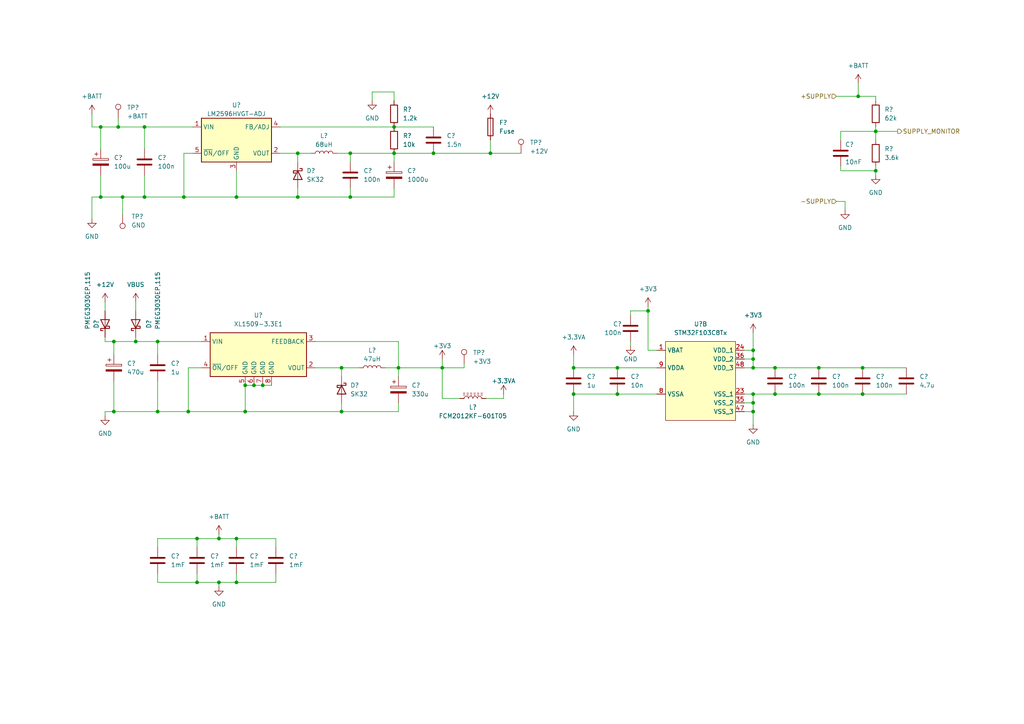
<source format=kicad_sch>
(kicad_sch (version 20210621) (generator eeschema)
  (paper "A4")
  (lib_symbols
    (symbol "Connector:TestPoint" (pin_numbers hide) (pin_names (offset 0.762) hide)
      (property "Reference" "TP" (at 0 6.858 0))
      (property "Value" "TestPoint" (at 0 5.08 0))
      (symbol "TestPoint_0_1"
        (circle (center 0 3.302) (radius 0.762))
      )
      (symbol "TestPoint_1_1"
        (pin passive line (at 0 0 90) (length 2.54) (name "1") (number "1"))
      )
    )
    (symbol "Device:C" (pin_numbers hide) (pin_names (offset 0.254))
      (property "Reference" "C" (at 0.635 2.54 0))
      (property "Value" "C" (at 0.635 -2.54 0))
      (symbol "C_0_1"
        (polyline (pts (xy -2.032 -0.762) (xy 2.032 -0.762)) (stroke (width 0.508)))
        (polyline (pts (xy -2.032 0.762) (xy 2.032 0.762)) (stroke (width 0.508)))
      )
      (symbol "C_1_1"
        (pin passive line (at 0 3.81 270) (length 2.794) (name "~") (number "1"))
        (pin passive line (at 0 -3.81 90) (length 2.794) (name "~") (number "2"))
      )
    )
    (symbol "Device:C_Polarized" (pin_numbers hide) (pin_names (offset 0.254))
      (property "Reference" "C" (at 0.635 2.54 0))
      (property "Value" "C_Polarized" (at 0.635 -2.54 0))
      (symbol "C_Polarized_0_1"
        (rectangle (start -2.286 0.508) (end 2.286 1.016))
        (rectangle (start 2.286 -0.508) (end -2.286 -1.016) (fill (type outline)))
        (polyline (pts (xy -1.778 2.286) (xy -0.762 2.286)))
        (polyline (pts (xy -1.27 2.794) (xy -1.27 1.778)))
      )
      (symbol "C_Polarized_1_1"
        (pin passive line (at 0 3.81 270) (length 2.794) (name "~") (number "1"))
        (pin passive line (at 0 -3.81 90) (length 2.794) (name "~") (number "2"))
      )
    )
    (symbol "Device:D_Schottky" (pin_numbers hide) (pin_names (offset 1.016) hide)
      (property "Reference" "D" (at 0 2.54 0))
      (property "Value" "D_Schottky" (at 0 -2.54 0))
      (symbol "D_Schottky_0_1"
        (polyline (pts (xy 1.27 0) (xy -1.27 0)))
        (polyline (pts (xy 1.27 1.27) (xy 1.27 -1.27) (xy -1.27 0) (xy 1.27 1.27)) (stroke (width 0.254)))
        (polyline (pts (xy -1.905 0.635) (xy -1.905 1.27) (xy -1.27 1.27) (xy -1.27 -1.27) (xy -0.635 -1.27) (xy -0.635 -0.635)) (stroke (width 0.254)))
      )
      (symbol "D_Schottky_1_1"
        (pin passive line (at -3.81 0 0) (length 2.54) (name "K") (number "1"))
        (pin passive line (at 3.81 0 180) (length 2.54) (name "A") (number "2"))
      )
    )
    (symbol "Device:Fuse" (pin_numbers hide) (pin_names (offset 0))
      (property "Reference" "F" (at 2.032 0 90))
      (property "Value" "Fuse" (at -1.905 0 90))
      (symbol "Fuse_0_1"
        (rectangle (start -0.762 -2.54) (end 0.762 2.54) (stroke (width 0.254)))
        (polyline (pts (xy 0 2.54) (xy 0 -2.54)))
      )
      (symbol "Fuse_1_1"
        (pin passive line (at 0 3.81 270) (length 1.27) (name "~") (number "1"))
        (pin passive line (at 0 -3.81 90) (length 1.27) (name "~") (number "2"))
      )
    )
    (symbol "Device:L" (pin_numbers hide) (pin_names (offset 1.016) hide)
      (property "Reference" "L" (at -1.27 0 90))
      (property "Value" "L" (at 1.905 0 90))
      (symbol "L_0_1"
        (arc (start 0 -2.54) (end 0 -1.27) (radius (at 0 -1.905) (length 0.635) (angles -89.9 89.9)))
        (arc (start 0 -1.27) (end 0 0) (radius (at 0 -0.635) (length 0.635) (angles -89.9 89.9)))
        (arc (start 0 0) (end 0 1.27) (radius (at 0 0.635) (length 0.635) (angles -89.9 89.9)))
        (arc (start 0 1.27) (end 0 2.54) (radius (at 0 1.905) (length 0.635) (angles -89.9 89.9)))
      )
      (symbol "L_1_1"
        (pin passive line (at 0 3.81 270) (length 1.27) (name "1") (number "1"))
        (pin passive line (at 0 -3.81 90) (length 1.27) (name "2") (number "2"))
      )
    )
    (symbol "Device:L_Ferrite" (pin_numbers hide) (pin_names (offset 1.016) hide)
      (property "Reference" "L" (at -1.27 0 90))
      (property "Value" "L_Ferrite" (at 2.794 0 90))
      (symbol "L_Ferrite_0_1"
        (arc (start 0 -2.54) (end 0 -1.27) (radius (at 0 -1.905) (length 0.635) (angles -89.9 89.9)))
        (arc (start 0 -1.27) (end 0 0) (radius (at 0 -0.635) (length 0.635) (angles -89.9 89.9)))
        (arc (start 0 0) (end 0 1.27) (radius (at 0 0.635) (length 0.635) (angles -89.9 89.9)))
        (arc (start 0 1.27) (end 0 2.54) (radius (at 0 1.905) (length 0.635) (angles -89.9 89.9)))
        (polyline (pts (xy 1.016 -2.794) (xy 1.016 -2.286)))
        (polyline (pts (xy 1.016 -1.778) (xy 1.016 -1.27)))
        (polyline (pts (xy 1.016 -0.762) (xy 1.016 -0.254)))
        (polyline (pts (xy 1.016 0.254) (xy 1.016 0.762)))
        (polyline (pts (xy 1.016 1.27) (xy 1.016 1.778)))
        (polyline (pts (xy 1.016 2.286) (xy 1.016 2.794)))
        (polyline (pts (xy 1.524 -2.286) (xy 1.524 -2.794)))
        (polyline (pts (xy 1.524 -1.27) (xy 1.524 -1.778)))
        (polyline (pts (xy 1.524 -0.254) (xy 1.524 -0.762)))
        (polyline (pts (xy 1.524 0.762) (xy 1.524 0.254)))
        (polyline (pts (xy 1.524 1.778) (xy 1.524 1.27)))
        (polyline (pts (xy 1.524 2.794) (xy 1.524 2.286)))
      )
      (symbol "L_Ferrite_1_1"
        (pin passive line (at 0 3.81 270) (length 1.27) (name "1") (number "1"))
        (pin passive line (at 0 -3.81 90) (length 1.27) (name "2") (number "2"))
      )
    )
    (symbol "Device:R" (pin_numbers hide) (pin_names (offset 0))
      (property "Reference" "R" (at 2.032 0 90))
      (property "Value" "R" (at 0 0 90))
      (symbol "R_0_1"
        (rectangle (start -1.016 -2.54) (end 1.016 2.54) (stroke (width 0.254)))
      )
      (symbol "R_1_1"
        (pin passive line (at 0 3.81 270) (length 1.27) (name "~") (number "1"))
        (pin passive line (at 0 -3.81 90) (length 1.27) (name "~") (number "2"))
      )
    )
    (symbol "GozLib:LM2596HVGT-ADJ"
      (property "Reference" "U" (at -10.16 7.62 0))
      (property "Value" "LM2596HVGT-ADJ" (at -6.35 7.62 0))
      (symbol "LM2596HVGT-ADJ_0_1"
        (rectangle (start -10.16 6.35) (end 10.16 -6.35) (stroke (width 0.254)) (fill (type background)))
      )
      (symbol "LM2596HVGT-ADJ_1_1"
        (pin power_in line (at -12.7 3.81 0) (length 2.54) (name "VIN") (number "1"))
        (pin power_out line (at 12.7 -3.81 180) (length 2.54) (name "VOUT") (number "2"))
        (pin power_in line (at 0 -8.89 90) (length 2.54) (name "GND") (number "3"))
        (pin input line (at 12.7 3.81 180) (length 2.54) (name "FB/ADJ") (number "4"))
        (pin input line (at -12.7 -3.81 0) (length 2.54) (name "~{ON}/OFF") (number "5"))
      )
    )
    (symbol "GozLib:PMEG3030EP,115" (pin_numbers hide) (pin_names (offset 1.016) hide)
      (property "Reference" "D" (at 0 2.54 0))
      (property "Value" "PMEG3030EP,115" (at 0 -2.54 0))
      (symbol "PMEG3030EP,115_0_1"
        (polyline (pts (xy 1.27 0) (xy -1.27 0)))
        (polyline (pts (xy 1.27 1.27) (xy 1.27 -1.27) (xy -1.27 0) (xy 1.27 1.27)) (stroke (width 0.254)))
        (polyline (pts (xy -1.905 0.635) (xy -1.905 1.27) (xy -1.27 1.27) (xy -1.27 -1.27) (xy -0.635 -1.27) (xy -0.635 -0.635)) (stroke (width 0.254)))
      )
      (symbol "PMEG3030EP,115_1_1"
        (pin passive line (at -3.81 0 0) (length 2.54) (name "K") (number "1"))
        (pin passive line (at 3.81 0 180) (length 2.54) (name "A") (number "2"))
      )
    )
    (symbol "GozLib:STM32F103C8Tx"
      (property "Reference" "U" (at -8.89 11.43 0))
      (property "Value" "STM32F103C8Tx" (at 2.54 11.43 0))
      (symbol "STM32F103C8Tx_1_1"
        (rectangle (start -20.32 10.16) (end 20.32 -50.8) (stroke (width 0.1524)) (fill (type background)))
        (pin bidirectional line (at 22.86 1.27 180) (length 2.54) (name "PA0-WKUP") (number "10"))
        (pin bidirectional line (at 22.86 -1.27 180) (length 2.54) (name "PA1") (number "11"))
        (pin bidirectional line (at 22.86 -3.81 180) (length 2.54) (name "PA2") (number "12"))
        (pin bidirectional line (at 22.86 -6.35 180) (length 2.54) (name "PA3") (number "13"))
        (pin bidirectional line (at 22.86 -8.89 180) (length 2.54) (name "PA4") (number "14"))
        (pin bidirectional line (at 22.86 -11.43 180) (length 2.54) (name "PA5") (number "15"))
        (pin bidirectional line (at 22.86 -13.97 180) (length 2.54) (name "PA6") (number "16"))
        (pin bidirectional line (at 22.86 -16.51 180) (length 2.54) (name "PA7") (number "17"))
        (pin bidirectional line (at -22.86 1.27 0) (length 2.54) (name "PB0") (number "18"))
        (pin bidirectional line (at -22.86 -1.27 0) (length 2.54) (name "PB1") (number "19"))
        (pin bidirectional line (at -22.86 -43.18 0) (length 2.54) (name "PC13-TAMPER-RTC") (number "2"))
        (pin bidirectional line (at -22.86 -3.81 0) (length 2.54) (name "PB2") (number "20"))
        (pin bidirectional line (at -22.86 -24.13 0) (length 2.54) (name "PB10") (number "21"))
        (pin bidirectional line (at -22.86 -26.67 0) (length 2.54) (name "PB11") (number "22"))
        (pin bidirectional line (at -22.86 -29.21 0) (length 2.54) (name "PB12") (number "25"))
        (pin bidirectional line (at -22.86 -31.75 0) (length 2.54) (name "PB13") (number "26"))
        (pin bidirectional line (at -22.86 -34.29 0) (length 2.54) (name "PB14") (number "27"))
        (pin bidirectional line (at -22.86 -36.83 0) (length 2.54) (name "PB15") (number "28"))
        (pin bidirectional line (at 22.86 -19.05 180) (length 2.54) (name "PA8") (number "29"))
        (pin bidirectional line (at -22.86 -45.72 0) (length 2.54) (name "PC14-OSC32_IN") (number "3"))
        (pin bidirectional line (at 22.86 -21.59 180) (length 2.54) (name "PA9") (number "30"))
        (pin bidirectional line (at 22.86 -24.13 180) (length 2.54) (name "PA10") (number "31"))
        (pin bidirectional line (at 22.86 -26.67 180) (length 2.54) (name "PA11") (number "32"))
        (pin bidirectional line (at 22.86 -29.21 180) (length 2.54) (name "PA12") (number "33"))
        (pin bidirectional line (at 22.86 -31.75 180) (length 2.54) (name "PA13") (number "34"))
        (pin bidirectional line (at 22.86 -34.29 180) (length 2.54) (name "PA14") (number "37"))
        (pin bidirectional line (at 22.86 -36.83 180) (length 2.54) (name "PA15") (number "38"))
        (pin bidirectional line (at -22.86 -6.35 0) (length 2.54) (name "PB3") (number "39"))
        (pin bidirectional line (at -22.86 -48.26 0) (length 2.54) (name "PC15-OSC32_OUT") (number "4"))
        (pin bidirectional line (at -22.86 -8.89 0) (length 2.54) (name "PB4") (number "40"))
        (pin bidirectional line (at -22.86 -11.43 0) (length 2.54) (name "PB5") (number "41"))
        (pin bidirectional line (at -22.86 -13.97 0) (length 2.54) (name "PB6") (number "42"))
        (pin bidirectional line (at -22.86 -16.51 0) (length 2.54) (name "PB7") (number "43"))
        (pin input line (at 22.86 7.62 180) (length 2.54) (name "BOOT0") (number "44"))
        (pin bidirectional line (at -22.86 -19.05 0) (length 2.54) (name "PB8") (number "45"))
        (pin bidirectional line (at -22.86 -21.59 0) (length 2.54) (name "PB9") (number "46"))
        (pin bidirectional line (at 22.86 -45.72 180) (length 2.54) (name "PD0-OSC_IN") (number "5"))
        (pin bidirectional line (at 22.86 -48.26 180) (length 2.54) (name "PD1-OSC_IN") (number "6"))
        (pin input line (at -22.86 7.62 0) (length 2.54) (name "NRST") (number "7"))
      )
      (symbol "STM32F103C8Tx_2_1"
        (rectangle (start -10.16 10.16) (end 10.16 -12.7) (stroke (width 0.1524)) (fill (type background)))
        (pin power_in line (at -12.7 7.62 0) (length 2.54) (name "VBAT") (number "1"))
        (pin power_in line (at 12.7 -5.08 180) (length 2.54) (name "VSS_1") (number "23"))
        (pin power_in line (at 12.7 7.62 180) (length 2.54) (name "VDD_1") (number "24"))
        (pin power_in line (at 12.7 -7.62 180) (length 2.54) (name "VSS_2") (number "35"))
        (pin power_in line (at 12.7 5.08 180) (length 2.54) (name "VDD_2") (number "36"))
        (pin power_in line (at 12.7 -10.16 180) (length 2.54) (name "VSS_3") (number "47"))
        (pin power_in line (at 12.7 2.54 180) (length 2.54) (name "VDD_3") (number "48"))
        (pin power_in line (at -12.7 -5.08 0) (length 2.54) (name "VSSA") (number "8"))
        (pin power_in line (at -12.7 2.54 0) (length 2.54) (name "VDDA") (number "9"))
      )
    )
    (symbol "GozLib:XL1509-3.3E1"
      (property "Reference" "U" (at -12.7 7.62 0))
      (property "Value" "XL1509-3.3E1" (at -1.27 7.62 0))
      (symbol "XL1509-3.3E1_0_1"
        (rectangle (start -13.97 6.35) (end 13.97 -6.35) (stroke (width 0.254)) (fill (type background)))
      )
      (symbol "XL1509-3.3E1_1_1"
        (pin power_in line (at -16.51 3.81 0) (length 2.54) (name "VIN") (number "1"))
        (pin power_out line (at 16.51 -3.81 180) (length 2.54) (name "VOUT") (number "2"))
        (pin input line (at 16.51 3.81 180) (length 2.54) (name "FEEDBACK") (number "3"))
        (pin input line (at -16.51 -3.81 0) (length 2.54) (name "~{ON}/OFF") (number "4"))
        (pin power_in line (at -3.81 -8.89 90) (length 2.54) (name "GND") (number "5"))
        (pin power_in line (at -1.27 -8.89 90) (length 2.54) (name "GND") (number "6"))
        (pin power_in line (at 1.27 -8.89 90) (length 2.54) (name "GND") (number "7"))
        (pin power_in line (at 3.81 -8.89 90) (length 2.54) (name "GND") (number "8"))
      )
    )
    (symbol "power:+12V" (power) (pin_names (offset 0))
      (property "Value" "+12V" (at 0 3.556 0))
      (symbol "+12V_0_1"
        (polyline (pts (xy -0.762 1.27) (xy 0 2.54)))
        (polyline (pts (xy 0 0) (xy 0 2.54)))
        (polyline (pts (xy 0 2.54) (xy 0.762 1.27)))
      )
      (symbol "+12V_1_1"
        (pin power_in line (at 0 0 90) (length 0) hide (name "+12V") (number "1"))
      )
    )
    (symbol "power:+3.3VA" (power) (pin_names (offset 0))
      (property "Value" "+3.3VA" (at 0 3.556 0))
      (symbol "+3.3VA_0_1"
        (polyline (pts (xy -0.762 1.27) (xy 0 2.54)))
        (polyline (pts (xy 0 0) (xy 0 2.54)))
        (polyline (pts (xy 0 2.54) (xy 0.762 1.27)))
      )
      (symbol "+3.3VA_1_1"
        (pin power_in line (at 0 0 90) (length 0) hide (name "+3.3VA") (number "1"))
      )
    )
    (symbol "power:+3V3" (power) (pin_names (offset 0))
      (property "Value" "+3V3" (at 0 3.556 0))
      (symbol "+3V3_0_1"
        (polyline (pts (xy -0.762 1.27) (xy 0 2.54)))
        (polyline (pts (xy 0 0) (xy 0 2.54)))
        (polyline (pts (xy 0 2.54) (xy 0.762 1.27)))
      )
      (symbol "+3V3_1_1"
        (pin power_in line (at 0 0 90) (length 0) hide (name "+3V3") (number "1"))
      )
    )
    (symbol "power:+BATT" (power) (pin_names (offset 0))
      (property "Value" "+BATT" (at 0 3.556 0))
      (symbol "+BATT_0_1"
        (polyline (pts (xy -0.762 1.27) (xy 0 2.54)))
        (polyline (pts (xy 0 0) (xy 0 2.54)))
        (polyline (pts (xy 0 2.54) (xy 0.762 1.27)))
      )
      (symbol "+BATT_1_1"
        (pin power_in line (at 0 0 90) (length 0) hide (name "+BATT") (number "1"))
      )
    )
    (symbol "power:GND" (power) (pin_names (offset 0))
      (property "Value" "GND" (at 0 -3.81 0))
      (symbol "GND_0_1"
        (polyline (pts (xy 0 0) (xy 0 -1.27) (xy 1.27 -1.27) (xy 0 -2.54) (xy -1.27 -1.27) (xy 0 -1.27)))
      )
      (symbol "GND_1_1"
        (pin power_in line (at 0 0 270) (length 0) hide (name "GND") (number "1"))
      )
    )
    (symbol "power:VBUS" (power) (pin_names (offset 0))
      (property "Value" "VBUS" (at 0 3.81 0))
      (symbol "VBUS_0_1"
        (polyline (pts (xy -0.762 1.27) (xy 0 2.54)))
        (polyline (pts (xy 0 0) (xy 0 2.54)))
        (polyline (pts (xy 0 2.54) (xy 0.762 1.27)))
      )
      (symbol "VBUS_1_1"
        (pin power_in line (at 0 0 90) (length 0) hide (name "VBUS") (number "1"))
      )
    )
  )
  (junction (at 29.21 36.83) (diameter 0.9144))
  (junction (at 29.21 57.15) (diameter 0.9144))
  (junction (at 33.02 99.06) (diameter 0.9144))
  (junction (at 33.02 119.38) (diameter 0.9144))
  (junction (at 34.29 36.83) (diameter 0.9144))
  (junction (at 35.56 57.15) (diameter 0.9144))
  (junction (at 39.37 99.06) (diameter 0.9144))
  (junction (at 41.91 36.83) (diameter 0.9144))
  (junction (at 41.91 57.15) (diameter 0.9144))
  (junction (at 45.72 99.06) (diameter 0.9144))
  (junction (at 45.72 119.38) (diameter 0.9144))
  (junction (at 53.34 57.15) (diameter 0.9144))
  (junction (at 54.61 119.38) (diameter 0.9144))
  (junction (at 57.15 156.21) (diameter 0.9144))
  (junction (at 57.15 168.91) (diameter 0.9144))
  (junction (at 63.5 156.21) (diameter 0.9144))
  (junction (at 63.5 168.91) (diameter 0.9144))
  (junction (at 68.58 57.15) (diameter 0.9144))
  (junction (at 68.58 156.21) (diameter 0.9144))
  (junction (at 68.58 168.91) (diameter 0.9144))
  (junction (at 71.12 111.76) (diameter 0.9144))
  (junction (at 71.12 119.38) (diameter 0.9144))
  (junction (at 73.66 111.76) (diameter 0.9144))
  (junction (at 76.2 111.76) (diameter 0.9144))
  (junction (at 86.36 44.45) (diameter 0.9144))
  (junction (at 86.36 57.15) (diameter 0.9144))
  (junction (at 99.06 106.68) (diameter 0.9144))
  (junction (at 99.06 119.38) (diameter 0.9144))
  (junction (at 101.6 44.45) (diameter 0.9144))
  (junction (at 101.6 57.15) (diameter 0.9144))
  (junction (at 114.3 36.83) (diameter 0.9144))
  (junction (at 114.3 44.45) (diameter 0.9144))
  (junction (at 115.57 106.68) (diameter 0.9144))
  (junction (at 125.73 44.45) (diameter 0.9144))
  (junction (at 128.27 106.68) (diameter 0.9144))
  (junction (at 142.24 44.45) (diameter 0.9144))
  (junction (at 166.37 106.68) (diameter 0.9144))
  (junction (at 166.37 114.3) (diameter 0.9144))
  (junction (at 179.07 106.68) (diameter 0.9144))
  (junction (at 179.07 114.3) (diameter 0.9144))
  (junction (at 187.96 90.17) (diameter 0.9144))
  (junction (at 218.44 101.6) (diameter 0.9144))
  (junction (at 218.44 104.14) (diameter 0.9144))
  (junction (at 218.44 106.68) (diameter 0.9144))
  (junction (at 218.44 114.3) (diameter 0.9144))
  (junction (at 218.44 116.84) (diameter 0.9144))
  (junction (at 218.44 119.38) (diameter 0.9144))
  (junction (at 224.79 106.68) (diameter 0.9144))
  (junction (at 224.79 114.3) (diameter 0.9144))
  (junction (at 237.49 106.68) (diameter 0.9144))
  (junction (at 237.49 114.3) (diameter 0.9144))
  (junction (at 248.92 27.94) (diameter 0.9144))
  (junction (at 250.19 106.68) (diameter 0.9144))
  (junction (at 250.19 114.3) (diameter 0.9144))
  (junction (at 254 38.1) (diameter 0.9144))
  (junction (at 254 49.53) (diameter 0.9144))
  (wire (pts (xy 26.67 36.83) (xy 26.67 33.02)))
  (wire (pts (xy 26.67 57.15) (xy 26.67 63.5)))
  (wire (pts (xy 26.67 57.15) (xy 29.21 57.15)))
  (wire (pts (xy 29.21 36.83) (xy 26.67 36.83)))
  (wire (pts (xy 29.21 36.83) (xy 29.21 43.18)))
  (wire (pts (xy 29.21 50.8) (xy 29.21 57.15)))
  (wire (pts (xy 29.21 57.15) (xy 35.56 57.15)))
  (wire (pts (xy 30.48 87.63) (xy 30.48 90.17)))
  (wire (pts (xy 30.48 97.79) (xy 30.48 99.06)))
  (wire (pts (xy 30.48 99.06) (xy 33.02 99.06)))
  (wire (pts (xy 30.48 119.38) (xy 30.48 120.65)))
  (wire (pts (xy 33.02 99.06) (xy 33.02 102.87)))
  (wire (pts (xy 33.02 99.06) (xy 39.37 99.06)))
  (wire (pts (xy 33.02 110.49) (xy 33.02 119.38)))
  (wire (pts (xy 33.02 119.38) (xy 30.48 119.38)))
  (wire (pts (xy 34.29 34.29) (xy 34.29 36.83)))
  (wire (pts (xy 34.29 36.83) (xy 29.21 36.83)))
  (wire (pts (xy 35.56 57.15) (xy 35.56 62.23)))
  (wire (pts (xy 35.56 57.15) (xy 41.91 57.15)))
  (wire (pts (xy 39.37 87.63) (xy 39.37 90.17)))
  (wire (pts (xy 39.37 97.79) (xy 39.37 99.06)))
  (wire (pts (xy 39.37 99.06) (xy 45.72 99.06)))
  (wire (pts (xy 41.91 36.83) (xy 34.29 36.83)))
  (wire (pts (xy 41.91 36.83) (xy 41.91 43.18)))
  (wire (pts (xy 41.91 50.8) (xy 41.91 57.15)))
  (wire (pts (xy 41.91 57.15) (xy 53.34 57.15)))
  (wire (pts (xy 45.72 99.06) (xy 45.72 102.87)))
  (wire (pts (xy 45.72 99.06) (xy 58.42 99.06)))
  (wire (pts (xy 45.72 110.49) (xy 45.72 119.38)))
  (wire (pts (xy 45.72 119.38) (xy 33.02 119.38)))
  (wire (pts (xy 45.72 156.21) (xy 57.15 156.21)))
  (wire (pts (xy 45.72 158.75) (xy 45.72 156.21)))
  (wire (pts (xy 45.72 166.37) (xy 45.72 168.91)))
  (wire (pts (xy 45.72 168.91) (xy 57.15 168.91)))
  (wire (pts (xy 53.34 44.45) (xy 53.34 57.15)))
  (wire (pts (xy 53.34 57.15) (xy 68.58 57.15)))
  (wire (pts (xy 54.61 106.68) (xy 54.61 119.38)))
  (wire (pts (xy 54.61 119.38) (xy 45.72 119.38)))
  (wire (pts (xy 55.88 36.83) (xy 41.91 36.83)))
  (wire (pts (xy 55.88 44.45) (xy 53.34 44.45)))
  (wire (pts (xy 57.15 156.21) (xy 57.15 158.75)))
  (wire (pts (xy 57.15 156.21) (xy 63.5 156.21)))
  (wire (pts (xy 57.15 166.37) (xy 57.15 168.91)))
  (wire (pts (xy 57.15 168.91) (xy 63.5 168.91)))
  (wire (pts (xy 58.42 106.68) (xy 54.61 106.68)))
  (wire (pts (xy 63.5 156.21) (xy 63.5 154.94)))
  (wire (pts (xy 63.5 156.21) (xy 68.58 156.21)))
  (wire (pts (xy 63.5 168.91) (xy 63.5 170.18)))
  (wire (pts (xy 63.5 168.91) (xy 68.58 168.91)))
  (wire (pts (xy 68.58 49.53) (xy 68.58 57.15)))
  (wire (pts (xy 68.58 57.15) (xy 86.36 57.15)))
  (wire (pts (xy 68.58 156.21) (xy 68.58 158.75)))
  (wire (pts (xy 68.58 156.21) (xy 80.01 156.21)))
  (wire (pts (xy 68.58 166.37) (xy 68.58 168.91)))
  (wire (pts (xy 68.58 168.91) (xy 80.01 168.91)))
  (wire (pts (xy 71.12 111.76) (xy 71.12 119.38)))
  (wire (pts (xy 71.12 119.38) (xy 54.61 119.38)))
  (wire (pts (xy 73.66 111.76) (xy 71.12 111.76)))
  (wire (pts (xy 76.2 111.76) (xy 73.66 111.76)))
  (wire (pts (xy 78.74 111.76) (xy 76.2 111.76)))
  (wire (pts (xy 80.01 156.21) (xy 80.01 158.75)))
  (wire (pts (xy 80.01 168.91) (xy 80.01 166.37)))
  (wire (pts (xy 81.28 36.83) (xy 114.3 36.83)))
  (wire (pts (xy 81.28 44.45) (xy 86.36 44.45)))
  (wire (pts (xy 86.36 44.45) (xy 86.36 46.99)))
  (wire (pts (xy 86.36 44.45) (xy 90.17 44.45)))
  (wire (pts (xy 86.36 54.61) (xy 86.36 57.15)))
  (wire (pts (xy 86.36 57.15) (xy 101.6 57.15)))
  (wire (pts (xy 91.44 99.06) (xy 115.57 99.06)))
  (wire (pts (xy 91.44 106.68) (xy 99.06 106.68)))
  (wire (pts (xy 97.79 44.45) (xy 101.6 44.45)))
  (wire (pts (xy 99.06 106.68) (xy 104.14 106.68)))
  (wire (pts (xy 99.06 109.22) (xy 99.06 106.68)))
  (wire (pts (xy 99.06 116.84) (xy 99.06 119.38)))
  (wire (pts (xy 99.06 119.38) (xy 71.12 119.38)))
  (wire (pts (xy 99.06 119.38) (xy 115.57 119.38)))
  (wire (pts (xy 101.6 44.45) (xy 101.6 46.99)))
  (wire (pts (xy 101.6 44.45) (xy 114.3 44.45)))
  (wire (pts (xy 101.6 57.15) (xy 101.6 54.61)))
  (wire (pts (xy 101.6 57.15) (xy 114.3 57.15)))
  (wire (pts (xy 107.95 26.67) (xy 114.3 26.67)))
  (wire (pts (xy 107.95 29.21) (xy 107.95 26.67)))
  (wire (pts (xy 114.3 26.67) (xy 114.3 29.21)))
  (wire (pts (xy 114.3 36.83) (xy 125.73 36.83)))
  (wire (pts (xy 114.3 44.45) (xy 114.3 46.99)))
  (wire (pts (xy 114.3 44.45) (xy 125.73 44.45)))
  (wire (pts (xy 114.3 57.15) (xy 114.3 54.61)))
  (wire (pts (xy 115.57 99.06) (xy 115.57 106.68)))
  (wire (pts (xy 115.57 106.68) (xy 111.76 106.68)))
  (wire (pts (xy 115.57 106.68) (xy 115.57 109.22)))
  (wire (pts (xy 115.57 106.68) (xy 128.27 106.68)))
  (wire (pts (xy 115.57 119.38) (xy 115.57 116.84)))
  (wire (pts (xy 125.73 44.45) (xy 142.24 44.45)))
  (wire (pts (xy 128.27 106.68) (xy 128.27 104.14)))
  (wire (pts (xy 128.27 106.68) (xy 128.27 115.57)))
  (wire (pts (xy 128.27 106.68) (xy 134.62 106.68)))
  (wire (pts (xy 128.27 115.57) (xy 133.35 115.57)))
  (wire (pts (xy 134.62 105.41) (xy 134.62 106.68)))
  (wire (pts (xy 140.97 115.57) (xy 146.05 115.57)))
  (wire (pts (xy 142.24 40.64) (xy 142.24 44.45)))
  (wire (pts (xy 142.24 44.45) (xy 151.13 44.45)))
  (wire (pts (xy 146.05 115.57) (xy 146.05 114.3)))
  (wire (pts (xy 166.37 102.87) (xy 166.37 106.68)))
  (wire (pts (xy 166.37 106.68) (xy 179.07 106.68)))
  (wire (pts (xy 166.37 114.3) (xy 179.07 114.3)))
  (wire (pts (xy 166.37 119.38) (xy 166.37 114.3)))
  (wire (pts (xy 179.07 106.68) (xy 190.5 106.68)))
  (wire (pts (xy 179.07 114.3) (xy 190.5 114.3)))
  (wire (pts (xy 182.88 90.17) (xy 187.96 90.17)))
  (wire (pts (xy 182.88 91.44) (xy 182.88 90.17)))
  (wire (pts (xy 182.88 99.06) (xy 182.88 100.33)))
  (wire (pts (xy 187.96 88.9) (xy 187.96 90.17)))
  (wire (pts (xy 187.96 90.17) (xy 187.96 101.6)))
  (wire (pts (xy 190.5 101.6) (xy 187.96 101.6)))
  (wire (pts (xy 215.9 101.6) (xy 218.44 101.6)))
  (wire (pts (xy 215.9 104.14) (xy 218.44 104.14)))
  (wire (pts (xy 215.9 106.68) (xy 218.44 106.68)))
  (wire (pts (xy 215.9 114.3) (xy 218.44 114.3)))
  (wire (pts (xy 215.9 116.84) (xy 218.44 116.84)))
  (wire (pts (xy 215.9 119.38) (xy 218.44 119.38)))
  (wire (pts (xy 218.44 101.6) (xy 218.44 96.52)))
  (wire (pts (xy 218.44 104.14) (xy 218.44 101.6)))
  (wire (pts (xy 218.44 106.68) (xy 218.44 104.14)))
  (wire (pts (xy 218.44 106.68) (xy 224.79 106.68)))
  (wire (pts (xy 218.44 114.3) (xy 224.79 114.3)))
  (wire (pts (xy 218.44 116.84) (xy 218.44 114.3)))
  (wire (pts (xy 218.44 119.38) (xy 218.44 116.84)))
  (wire (pts (xy 218.44 119.38) (xy 218.44 123.19)))
  (wire (pts (xy 224.79 106.68) (xy 237.49 106.68)))
  (wire (pts (xy 224.79 114.3) (xy 237.49 114.3)))
  (wire (pts (xy 237.49 106.68) (xy 250.19 106.68)))
  (wire (pts (xy 237.49 114.3) (xy 250.19 114.3)))
  (wire (pts (xy 242.57 27.94) (xy 248.92 27.94)))
  (wire (pts (xy 242.57 58.42) (xy 245.11 58.42)))
  (wire (pts (xy 243.84 38.1) (xy 254 38.1)))
  (wire (pts (xy 243.84 40.64) (xy 243.84 38.1)))
  (wire (pts (xy 243.84 48.26) (xy 243.84 49.53)))
  (wire (pts (xy 243.84 49.53) (xy 254 49.53)))
  (wire (pts (xy 245.11 58.42) (xy 245.11 60.96)))
  (wire (pts (xy 248.92 27.94) (xy 248.92 24.13)))
  (wire (pts (xy 248.92 27.94) (xy 254 27.94)))
  (wire (pts (xy 250.19 106.68) (xy 262.89 106.68)))
  (wire (pts (xy 250.19 114.3) (xy 262.89 114.3)))
  (wire (pts (xy 254 27.94) (xy 254 29.21)))
  (wire (pts (xy 254 36.83) (xy 254 38.1)))
  (wire (pts (xy 254 38.1) (xy 254 40.64)))
  (wire (pts (xy 254 38.1) (xy 260.35 38.1)))
  (wire (pts (xy 254 48.26) (xy 254 49.53)))
  (wire (pts (xy 254 49.53) (xy 254 50.8)))
  (hierarchical_label "+SUPPLY" (shape input) (at 242.57 27.94 180))
  (hierarchical_label "-SUPPLY" (shape input) (at 242.57 58.42 180))
  (hierarchical_label "SUPPLY_MONITOR" (shape output) (at 260.35 38.1 0))
  (symbol (lib_id "power:+BATT") (at 26.67 33.02 0) (unit 1)
    (property "Reference" "#PWR0106" (effects hide))
    (property "Value" "+BATT" (at 26.67 27.94 0))
  )
  (symbol (lib_id "power:+12V") (at 30.48 87.63 0) (unit 1)
    (property "Reference" "#PWR0111" (effects hide))
    (property "Value" "+12V" (at 30.48 82.55 0))
  )
  (symbol (lib_id "power:VBUS") (at 39.37 87.63 0) (unit 1)
    (property "Reference" "#PWR?" (effects hide))
    (property "Value" "VBUS" (at 39.37 82.55 0))
  )
  (symbol (lib_id "power:+BATT") (at 63.5 154.94 0) (unit 1)
    (property "Reference" "#PWR?" (effects hide))
    (property "Value" "+BATT" (at 63.5 149.86 0))
  )
  (symbol (lib_id "power:+3V3") (at 128.27 104.14 0) (unit 1)
    (property "Reference" "#PWR0101" (effects hide))
    (property "Value" "+3V3" (at 128.27 100.33 0))
  )
  (symbol (lib_id "power:+12V") (at 142.24 33.02 0) (unit 1)
    (property "Reference" "#PWR0104" (effects hide))
    (property "Value" "+12V" (at 142.24 27.94 0))
  )
  (symbol (lib_id "power:+3.3VA") (at 146.05 114.3 0) (unit 1)
    (property "Reference" "#PWR?" (effects hide))
    (property "Value" "+3.3VA" (at 146.05 110.49 0))
  )
  (symbol (lib_id "power:+3.3VA") (at 166.37 102.87 0) (unit 1)
    (property "Reference" "#PWR?" (effects hide))
    (property "Value" "+3.3VA" (at 166.37 97.79 0))
  )
  (symbol (lib_id "power:+3V3") (at 187.96 88.9 0) (unit 1)
    (property "Reference" "#PWR0103" (effects hide))
    (property "Value" "+3V3" (at 187.96 83.82 0))
  )
  (symbol (lib_id "power:+3V3") (at 218.44 96.52 0) (unit 1)
    (property "Reference" "#PWR0113" (effects hide))
    (property "Value" "+3V3" (at 218.44 91.44 0))
  )
  (symbol (lib_id "power:+BATT") (at 248.92 24.13 0) (unit 1)
    (property "Reference" "#PWR?" (effects hide))
    (property "Value" "+BATT" (at 248.92 19.05 0))
  )
  (symbol (lib_id "Connector:TestPoint") (at 34.29 34.29 0) (unit 1)
    (property "Reference" "TP?" (at 36.83 31.1784 0) (effects (justify left)))
    (property "Value" "+BATT" (at 36.83 33.7184 0) (effects (justify left)))
  )
  (symbol (lib_id "Connector:TestPoint") (at 35.56 62.23 180) (unit 1)
    (property "Reference" "TP?" (at 38.1 62.8014 0) (effects (justify right)))
    (property "Value" "GND" (at 38.1 65.3414 0) (effects (justify right)))
  )
  (symbol (lib_id "Connector:TestPoint") (at 134.62 105.41 0) (unit 1)
    (property "Reference" "TP?" (at 137.16 102.2984 0) (effects (justify left)))
    (property "Value" "+3V3" (at 137.16 104.8384 0) (effects (justify left)))
  )
  (symbol (lib_id "Connector:TestPoint") (at 151.13 44.45 0) (unit 1)
    (property "Reference" "TP?" (at 153.67 41.3384 0) (effects (justify left)))
    (property "Value" "+12V" (at 153.67 43.8784 0) (effects (justify left)))
  )
  (symbol (lib_id "power:GND") (at 26.67 63.5 0) (unit 1)
    (property "Reference" "#PWR0112" (effects hide))
    (property "Value" "GND" (at 26.67 68.58 0))
  )
  (symbol (lib_id "power:GND") (at 30.48 120.65 0) (unit 1)
    (property "Reference" "#PWR0110" (effects hide))
    (property "Value" "GND" (at 30.48 125.73 0))
  )
  (symbol (lib_id "power:GND") (at 63.5 170.18 0) (unit 1)
    (property "Reference" "#PWR?" (effects hide))
    (property "Value" "GND" (at 63.5 175.26 0))
  )
  (symbol (lib_id "power:GND") (at 107.95 29.21 0) (unit 1)
    (property "Reference" "#PWR0115" (effects hide))
    (property "Value" "GND" (at 107.95 34.29 0))
  )
  (symbol (lib_id "power:GND") (at 166.37 119.38 0) (unit 1)
    (property "Reference" "#PWR?" (effects hide))
    (property "Value" "GND" (at 166.37 124.46 0))
  )
  (symbol (lib_id "power:GND") (at 182.88 100.33 0) (unit 1)
    (property "Reference" "#PWR?" (effects hide))
    (property "Value" "GND" (at 182.88 104.14 0))
  )
  (symbol (lib_id "power:GND") (at 218.44 123.19 0) (unit 1)
    (property "Reference" "#PWR0114" (effects hide))
    (property "Value" "GND" (at 218.44 128.27 0))
  )
  (symbol (lib_id "power:GND") (at 245.11 60.96 0) (unit 1)
    (property "Reference" "#PWR?" (effects hide))
    (property "Value" "GND" (at 245.11 66.04 0))
  )
  (symbol (lib_id "power:GND") (at 254 50.8 0) (unit 1)
    (property "Reference" "#PWR?" (effects hide))
    (property "Value" "GND" (at 254 55.88 0))
  )
  (symbol (lib_id "Device:L") (at 93.98 44.45 90) (unit 1)
    (property "Reference" "L?" (at 93.98 39.37 90))
    (property "Value" "68uH" (at 93.98 41.91 90))
  )
  (symbol (lib_id "Device:L") (at 107.95 106.68 90) (unit 1)
    (property "Reference" "L?" (at 107.95 101.6 90))
    (property "Value" "47uH" (at 107.95 104.14 90))
  )
  (symbol (lib_id "Device:Fuse") (at 142.24 36.83 0) (unit 1)
    (property "Reference" "F?" (at 144.78 35.5599 0) (effects (justify left)))
    (property "Value" "Fuse" (at 144.78 38.0999 0) (effects (justify left)))
  )
  (symbol (lib_id "Device:L_Ferrite") (at 137.16 115.57 90) (unit 1)
    (property "Reference" "L?" (at 137.16 118.11 90))
    (property "Value" "FCM2012KF-601T05" (at 137.16 120.65 90))
  )
  (symbol (lib_id "Device:R") (at 114.3 33.02 0) (unit 1)
    (property "Reference" "R?" (at 116.84 31.7499 0) (effects (justify left)))
    (property "Value" "1.2k" (at 116.84 34.2899 0) (effects (justify left)))
  )
  (symbol (lib_id "Device:R") (at 114.3 40.64 0) (unit 1)
    (property "Reference" "R?" (at 116.84 39.3699 0) (effects (justify left)))
    (property "Value" "10k" (at 116.84 41.9099 0) (effects (justify left)))
  )
  (symbol (lib_id "Device:R") (at 254 33.02 0) (unit 1)
    (property "Reference" "R?" (at 256.54 31.7499 0) (effects (justify left)))
    (property "Value" "62k" (at 256.54 34.2899 0) (effects (justify left)))
  )
  (symbol (lib_id "Device:R") (at 254 44.45 0) (unit 1)
    (property "Reference" "R?" (at 256.54 43.1799 0) (effects (justify left)))
    (property "Value" "3.6k" (at 256.54 45.7199 0) (effects (justify left)))
  )
  (symbol (lib_id "GozLib:PMEG3030EP,115") (at 30.48 93.98 90) (unit 1)
    (property "Reference" "D?" (at 27.94 92.7099 0) (effects (justify right)))
    (property "Value" "PMEG3030EP,115" (at 25.4 78.7399 0) (effects (justify right)))
    (property "Footprint" "Diode_SMD:D_SOD-128" (effects hide))
    (property "Datasheet" "https://datasheet.lcsc.com/lcsc/1912111437_Nexperia-PMEG3030EP,115_C255587.pdf" (effects hide))
  )
  (symbol (lib_id "GozLib:PMEG3030EP,115") (at 39.37 93.98 90) (unit 1)
    (property "Reference" "D?" (at 43.18 92.7099 0) (effects (justify right)))
    (property "Value" "PMEG3030EP,115" (at 45.72 78.7399 0) (effects (justify right)))
    (property "Footprint" "Diode_SMD:D_SOD-128" (effects hide))
    (property "Datasheet" "https://datasheet.lcsc.com/lcsc/1912111437_Nexperia-PMEG3030EP,115_C255587.pdf" (effects hide))
  )
  (symbol (lib_id "Device:D_Schottky") (at 86.36 50.8 270) (unit 1)
    (property "Reference" "D?" (at 88.9 49.5299 90) (effects (justify left)))
    (property "Value" "SK32" (at 88.9 52.0699 90) (effects (justify left)))
  )
  (symbol (lib_id "Device:D_Schottky") (at 99.06 113.03 270) (unit 1)
    (property "Reference" "D?" (at 101.6 111.7599 90) (effects (justify left)))
    (property "Value" "SK32" (at 101.6 114.2999 90) (effects (justify left)))
  )
  (symbol (lib_id "Device:C_Polarized") (at 29.21 46.99 0) (unit 1)
    (property "Reference" "C?" (at 33.02 45.7199 0) (effects (justify left)))
    (property "Value" "100u" (at 33.02 48.2599 0) (effects (justify left)))
  )
  (symbol (lib_id "Device:C_Polarized") (at 33.02 106.68 0) (unit 1)
    (property "Reference" "C?" (at 36.83 105.4099 0) (effects (justify left)))
    (property "Value" "470u" (at 36.83 107.9499 0) (effects (justify left)))
  )
  (symbol (lib_id "Device:C") (at 41.91 46.99 0) (unit 1)
    (property "Reference" "C?" (at 45.72 45.7199 0) (effects (justify left)))
    (property "Value" "100n" (at 45.72 48.2599 0) (effects (justify left)))
  )
  (symbol (lib_id "Device:C") (at 45.72 106.68 0) (unit 1)
    (property "Reference" "C?" (at 49.53 105.4099 0) (effects (justify left)))
    (property "Value" "1u" (at 49.53 107.9499 0) (effects (justify left)))
  )
  (symbol (lib_id "Device:C") (at 45.72 162.56 0) (unit 1)
    (property "Reference" "C?" (at 49.53 161.2899 0) (effects (justify left)))
    (property "Value" "1mF" (at 49.53 163.8299 0) (effects (justify left)))
  )
  (symbol (lib_id "Device:C") (at 57.15 162.56 0) (unit 1)
    (property "Reference" "C?" (at 60.96 161.2899 0) (effects (justify left)))
    (property "Value" "1mF" (at 60.96 163.8299 0) (effects (justify left)))
  )
  (symbol (lib_id "Device:C") (at 68.58 162.56 0) (unit 1)
    (property "Reference" "C?" (at 72.39 161.2899 0) (effects (justify left)))
    (property "Value" "1mF" (at 72.39 163.8299 0) (effects (justify left)))
  )
  (symbol (lib_id "Device:C") (at 80.01 162.56 0) (unit 1)
    (property "Reference" "C?" (at 83.82 161.2899 0) (effects (justify left)))
    (property "Value" "1mF" (at 83.82 163.8299 0) (effects (justify left)))
  )
  (symbol (lib_id "Device:C") (at 101.6 50.8 0) (unit 1)
    (property "Reference" "C?" (at 105.41 49.5299 0) (effects (justify left)))
    (property "Value" "100n" (at 105.41 52.0699 0) (effects (justify left)))
  )
  (symbol (lib_id "Device:C_Polarized") (at 114.3 50.8 0) (unit 1)
    (property "Reference" "C?" (at 118.11 49.5299 0) (effects (justify left)))
    (property "Value" "1000u" (at 118.11 52.0699 0) (effects (justify left)))
  )
  (symbol (lib_id "Device:C_Polarized") (at 115.57 113.03 0) (unit 1)
    (property "Reference" "C?" (at 119.38 111.7599 0) (effects (justify left)))
    (property "Value" "330u" (at 119.38 114.2999 0) (effects (justify left)))
  )
  (symbol (lib_id "Device:C") (at 125.73 40.64 0) (unit 1)
    (property "Reference" "C?" (at 129.54 39.3699 0) (effects (justify left)))
    (property "Value" "1.5n" (at 129.54 41.9099 0) (effects (justify left)))
  )
  (symbol (lib_id "Device:C") (at 166.37 110.49 0) (unit 1)
    (property "Reference" "C?" (at 170.18 109.2199 0) (effects (justify left)))
    (property "Value" "1u" (at 170.18 111.7599 0) (effects (justify left)))
  )
  (symbol (lib_id "Device:C") (at 179.07 110.49 0) (unit 1)
    (property "Reference" "C?" (at 182.88 109.2199 0) (effects (justify left)))
    (property "Value" "10n" (at 182.88 111.7599 0) (effects (justify left)))
  )
  (symbol (lib_id "Device:C") (at 182.88 95.25 180) (unit 1)
    (property "Reference" "C?" (at 177.8 93.9799 0) (effects (justify right)))
    (property "Value" "100n" (at 175.26 96.5199 0) (effects (justify right)))
  )
  (symbol (lib_id "Device:C") (at 224.79 110.49 0) (unit 1)
    (property "Reference" "C?" (at 228.6 109.2199 0) (effects (justify left)))
    (property "Value" "100n" (at 228.6 111.7599 0) (effects (justify left)))
  )
  (symbol (lib_id "Device:C") (at 237.49 110.49 0) (unit 1)
    (property "Reference" "C?" (at 241.3 109.2199 0) (effects (justify left)))
    (property "Value" "100n" (at 241.3 111.7599 0) (effects (justify left)))
  )
  (symbol (lib_id "Device:C") (at 243.84 44.45 0) (unit 1)
    (property "Reference" "C?" (at 245.11 41.9099 0) (effects (justify left)))
    (property "Value" "10nF" (at 245.11 46.9899 0) (effects (justify left)))
  )
  (symbol (lib_id "Device:C") (at 250.19 110.49 0) (unit 1)
    (property "Reference" "C?" (at 254 109.2199 0) (effects (justify left)))
    (property "Value" "100n" (at 254 111.7599 0) (effects (justify left)))
  )
  (symbol (lib_id "Device:C") (at 262.89 110.49 0) (unit 1)
    (property "Reference" "C?" (at 266.7 109.2199 0) (effects (justify left)))
    (property "Value" "4.7u" (at 266.7 111.7599 0) (effects (justify left)))
  )
  (symbol (lib_id "GozLib:LM2596HVGT-ADJ") (at 68.58 40.64 0) (unit 1)
    (property "Reference" "U?" (at 68.58 30.48 0))
    (property "Value" "LM2596HVGT-ADJ" (at 68.58 33.02 0))
    (property "Footprint" "Package_TO_SOT_THT:TO-220-5_Vertical" (effects hide))
    (property "Datasheet" "http://www.htckorea.co.kr/Datasheet/Step-down/LM2596HV.pdf" (effects hide))
  )
  (symbol (lib_id "GozLib:XL1509-3.3E1") (at 74.93 102.87 0) (unit 1)
    (property "Reference" "U?" (at 74.93 91.44 0))
    (property "Value" "XL1509-3.3E1" (at 74.93 93.98 0))
    (property "Footprint" "Package_SO:SOP-8_3.76x4.96mm_P1.27mm" (effects hide))
    (property "Datasheet" "https://datasheet.lcsc.com/lcsc/1809200015_XLSEMI-XL1509-3.3E1_C74193.pdf" (effects hide))
  )
  (symbol (lib_id "GozLib:STM32F103C8Tx") (at 203.2 109.22 0) (unit 2)
    (property "Reference" "U?" (at 203.2 93.98 0))
    (property "Value" "STM32F103C8Tx" (at 203.2 96.52 0))
    (property "Footprint" "Package_QFP:LQFP-48_7x7mm_P0.5mm" (effects hide))
    (property "Datasheet" "http://www.st.com/st-web-ui/static/active/en/resource/technical/document/datasheet/CD00161566.pdf" (effects hide))
  )
)
</source>
